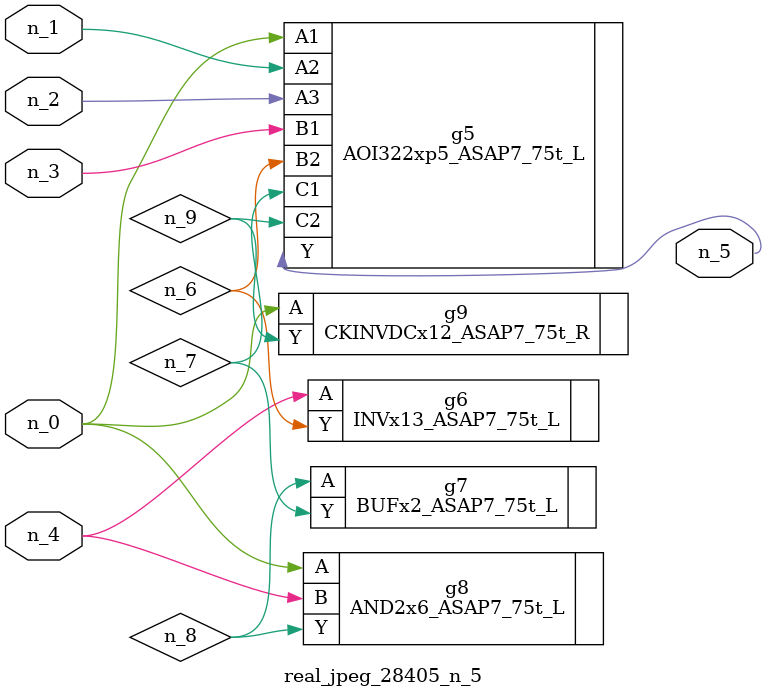
<source format=v>
module real_jpeg_28405_n_5 (n_4, n_0, n_1, n_2, n_3, n_5);

input n_4;
input n_0;
input n_1;
input n_2;
input n_3;

output n_5;

wire n_8;
wire n_6;
wire n_7;
wire n_9;

AOI322xp5_ASAP7_75t_L g5 ( 
.A1(n_0),
.A2(n_1),
.A3(n_2),
.B1(n_3),
.B2(n_6),
.C1(n_7),
.C2(n_9),
.Y(n_5)
);

AND2x6_ASAP7_75t_L g8 ( 
.A(n_0),
.B(n_4),
.Y(n_8)
);

CKINVDCx12_ASAP7_75t_R g9 ( 
.A(n_0),
.Y(n_9)
);

INVx13_ASAP7_75t_L g6 ( 
.A(n_4),
.Y(n_6)
);

BUFx2_ASAP7_75t_L g7 ( 
.A(n_8),
.Y(n_7)
);


endmodule
</source>
